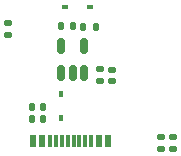
<source format=gtp>
G04 #@! TF.GenerationSoftware,KiCad,Pcbnew,(6.0.10)*
G04 #@! TF.CreationDate,2023-07-05T14:15:12+02:00*
G04 #@! TF.ProjectId,USB-Tag,5553422d-5461-4672-9e6b-696361645f70,rev?*
G04 #@! TF.SameCoordinates,Original*
G04 #@! TF.FileFunction,Paste,Top*
G04 #@! TF.FilePolarity,Positive*
%FSLAX46Y46*%
G04 Gerber Fmt 4.6, Leading zero omitted, Abs format (unit mm)*
G04 Created by KiCad (PCBNEW (6.0.10)) date 2023-07-05 14:15:12*
%MOMM*%
%LPD*%
G01*
G04 APERTURE LIST*
G04 Aperture macros list*
%AMRoundRect*
0 Rectangle with rounded corners*
0 $1 Rounding radius*
0 $2 $3 $4 $5 $6 $7 $8 $9 X,Y pos of 4 corners*
0 Add a 4 corners polygon primitive as box body*
4,1,4,$2,$3,$4,$5,$6,$7,$8,$9,$2,$3,0*
0 Add four circle primitives for the rounded corners*
1,1,$1+$1,$2,$3*
1,1,$1+$1,$4,$5*
1,1,$1+$1,$6,$7*
1,1,$1+$1,$8,$9*
0 Add four rect primitives between the rounded corners*
20,1,$1+$1,$2,$3,$4,$5,0*
20,1,$1+$1,$4,$5,$6,$7,0*
20,1,$1+$1,$6,$7,$8,$9,0*
20,1,$1+$1,$8,$9,$2,$3,0*%
G04 Aperture macros list end*
%ADD10RoundRect,0.135000X-0.185000X0.135000X-0.185000X-0.135000X0.185000X-0.135000X0.185000X0.135000X0*%
%ADD11R,0.600000X1.140000*%
%ADD12R,0.300000X1.140000*%
%ADD13RoundRect,0.150000X0.150000X-0.512500X0.150000X0.512500X-0.150000X0.512500X-0.150000X-0.512500X0*%
%ADD14RoundRect,0.135000X-0.135000X-0.185000X0.135000X-0.185000X0.135000X0.185000X-0.135000X0.185000X0*%
%ADD15RoundRect,0.140000X0.170000X-0.140000X0.170000X0.140000X-0.170000X0.140000X-0.170000X-0.140000X0*%
%ADD16RoundRect,0.135000X0.135000X0.185000X-0.135000X0.185000X-0.135000X-0.185000X0.135000X-0.185000X0*%
%ADD17R,0.450000X0.600000*%
%ADD18RoundRect,0.140000X-0.140000X-0.170000X0.140000X-0.170000X0.140000X0.170000X-0.140000X0.170000X0*%
%ADD19RoundRect,0.140000X0.140000X0.170000X-0.140000X0.170000X-0.140000X-0.170000X0.140000X-0.170000X0*%
%ADD20RoundRect,0.140000X-0.170000X0.140000X-0.170000X-0.140000X0.170000X-0.140000X0.170000X0.140000X0*%
%ADD21R,0.600000X0.450000*%
G04 APERTURE END LIST*
D10*
X150350000Y-102240000D03*
X150350000Y-103260000D03*
X151400000Y-102240000D03*
X151400000Y-103260000D03*
D11*
X139500000Y-102600000D03*
X140300000Y-102600000D03*
D12*
X141450000Y-102600000D03*
X142450000Y-102600000D03*
X142950000Y-102600000D03*
X143950000Y-102600000D03*
D11*
X145100000Y-102600000D03*
X145900000Y-102600000D03*
D12*
X144450000Y-102600000D03*
X143450000Y-102600000D03*
X141950000Y-102600000D03*
X140950000Y-102600000D03*
D13*
X141925000Y-96844700D03*
X142875000Y-96844700D03*
X143825000Y-96844700D03*
X143825000Y-94569700D03*
X141925000Y-94569700D03*
D14*
X141857000Y-92862400D03*
X142877000Y-92862400D03*
D15*
X145161000Y-97459800D03*
X145161000Y-96499800D03*
D16*
X144810000Y-92887800D03*
X143790000Y-92887800D03*
D15*
X146202400Y-97482600D03*
X146202400Y-96522600D03*
D17*
X141859000Y-98568800D03*
X141859000Y-100668800D03*
D18*
X139440000Y-99734800D03*
X140400000Y-99734800D03*
D19*
X140400000Y-100700000D03*
X139440000Y-100700000D03*
D20*
X137400000Y-92620000D03*
X137400000Y-93580000D03*
D21*
X144350000Y-91200000D03*
X142250000Y-91200000D03*
M02*

</source>
